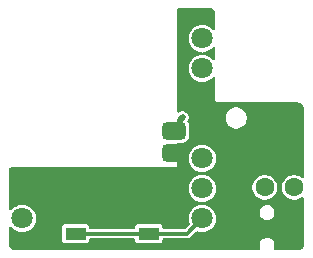
<source format=gbr>
%TF.GenerationSoftware,KiCad,Pcbnew,9.0.1-9.0.1-0~ubuntu22.04.1*%
%TF.CreationDate,2025-05-27T18:32:28-04:00*%
%TF.ProjectId,Omi-Glass-DevKit,4f6d692d-476c-4617-9373-2d4465764b69,rev?*%
%TF.SameCoordinates,Original*%
%TF.FileFunction,Copper,L2,Bot*%
%TF.FilePolarity,Positive*%
%FSLAX46Y46*%
G04 Gerber Fmt 4.6, Leading zero omitted, Abs format (unit mm)*
G04 Created by KiCad (PCBNEW 9.0.1-9.0.1-0~ubuntu22.04.1) date 2025-05-27 18:32:28*
%MOMM*%
%LPD*%
G01*
G04 APERTURE LIST*
G04 Aperture macros list*
%AMRoundRect*
0 Rectangle with rounded corners*
0 $1 Rounding radius*
0 $2 $3 $4 $5 $6 $7 $8 $9 X,Y pos of 4 corners*
0 Add a 4 corners polygon primitive as box body*
4,1,4,$2,$3,$4,$5,$6,$7,$8,$9,$2,$3,0*
0 Add four circle primitives for the rounded corners*
1,1,$1+$1,$2,$3*
1,1,$1+$1,$4,$5*
1,1,$1+$1,$6,$7*
1,1,$1+$1,$8,$9*
0 Add four rect primitives between the rounded corners*
20,1,$1+$1,$2,$3,$4,$5,0*
20,1,$1+$1,$4,$5,$6,$7,0*
20,1,$1+$1,$6,$7,$8,$9,0*
20,1,$1+$1,$8,$9,$2,$3,0*%
G04 Aperture macros list end*
%TA.AperFunction,ComponentPad*%
%ADD10RoundRect,0.375000X0.625000X-0.375000X0.625000X0.375000X-0.625000X0.375000X-0.625000X-0.375000X0*%
%TD*%
%TA.AperFunction,ComponentPad*%
%ADD11C,1.800000*%
%TD*%
%TA.AperFunction,ComponentPad*%
%ADD12C,1.600000*%
%TD*%
%TA.AperFunction,SMDPad,CuDef*%
%ADD13R,1.800000X1.100000*%
%TD*%
%TA.AperFunction,ViaPad*%
%ADD14C,0.600000*%
%TD*%
%TA.AperFunction,Conductor*%
%ADD15C,0.500000*%
%TD*%
%TA.AperFunction,Conductor*%
%ADD16C,0.300000*%
%TD*%
G04 APERTURE END LIST*
D10*
%TO.P,J2,2,Pin_2*%
%TO.N,LOAD*%
X5250000Y-160000D03*
%TO.P,J2,1,Pin_1*%
%TO.N,GND*%
X5250000Y-2065000D03*
%TD*%
D11*
%TO.P,U3,14,5V*%
%TO.N,VCC*%
X-7620000Y-7573000D03*
%TO.P,U3,13,GND*%
%TO.N,GND*%
X-7620000Y-5033000D03*
%TO.P,U3,7,TX*%
%TO.N,unconnected-(U3-TX-Pad7)*%
X7620000Y7667000D03*
%TO.P,U3,6,SCL*%
%TO.N,unconnected-(U3-SCL-Pad6)*%
X7620000Y5127000D03*
%TO.P,U3,3,D2*%
%TO.N,unconnected-(U3-D2-Pad3)*%
X7620000Y-2493000D03*
%TO.P,U3,2,D1*%
%TO.N,MON*%
X7620000Y-5033000D03*
%TO.P,U3,1,D0*%
%TO.N,POWER*%
X7620000Y-7573000D03*
%TD*%
D12*
%TO.P,TH1,1*%
%TO.N,VBAT1*%
X15400000Y-4950000D03*
%TO.P,TH1,2*%
%TO.N,LOAD*%
X12900000Y-4950000D03*
%TD*%
D13*
%TO.P,SW1,1,1*%
%TO.N,GND*%
X3100000Y-5150000D03*
X-3100000Y-5150000D03*
%TO.P,SW1,2,2*%
%TO.N,POWER*%
X3100000Y-8850000D03*
X-3100000Y-8850000D03*
%TD*%
D14*
%TO.N,GND*%
X-676400Y-3816600D03*
X1323600Y-5816600D03*
X-1676400Y-5816600D03*
X10109200Y-2450000D03*
X13118400Y-8813800D03*
X1323600Y-4816600D03*
X14198600Y-6375400D03*
X1323600Y-3816600D03*
X-1676400Y-4816600D03*
X323600Y-4816600D03*
X15698600Y-6375400D03*
X-676400Y-5816600D03*
X-1676400Y-3816600D03*
X12368400Y-8813800D03*
X-676400Y-4816600D03*
X11609200Y-2450000D03*
X10859200Y-2450000D03*
X323600Y-5816600D03*
X13868400Y-8813800D03*
X14948600Y-6375400D03*
X323600Y-3816600D03*
%TD*%
D15*
%TO.N,LOAD*%
X5751000Y769800D02*
X5751000Y-335000D01*
X5969000Y987800D02*
X5751000Y769800D01*
D16*
%TO.N,POWER*%
X6343000Y-8850000D02*
X7620000Y-7573000D01*
X3100000Y-8850000D02*
X6343000Y-8850000D01*
X-3100000Y-8850000D02*
X3100000Y-8850000D01*
%TD*%
%TA.AperFunction,Conductor*%
%TO.N,GND*%
G36*
X8231921Y10248720D02*
G01*
X8242075Y10247576D01*
X8322264Y10238540D01*
X8349333Y10232362D01*
X8428537Y10204648D01*
X8453555Y10192600D01*
X8524604Y10147957D01*
X8546313Y10130644D01*
X8605644Y10071313D01*
X8622957Y10049604D01*
X8667600Y9978555D01*
X8679648Y9953537D01*
X8707362Y9874333D01*
X8713540Y9847264D01*
X8723720Y9756923D01*
X8724500Y9743038D01*
X8724500Y8485768D01*
X8704815Y8418729D01*
X8652011Y8372974D01*
X8582853Y8363030D01*
X8519297Y8392055D01*
X8500178Y8412888D01*
X8497554Y8416499D01*
X8497553Y8416501D01*
X8369501Y8544553D01*
X8222994Y8650996D01*
X8061639Y8733211D01*
X7889409Y8789171D01*
X7797259Y8803765D01*
X7710551Y8817500D01*
X7710546Y8817500D01*
X7529454Y8817500D01*
X7529449Y8817500D01*
X7433429Y8802291D01*
X7350591Y8789171D01*
X7264476Y8761191D01*
X7178363Y8733212D01*
X7178360Y8733211D01*
X7122484Y8704740D01*
X7017006Y8650996D01*
X7017002Y8650993D01*
X6870505Y8544558D01*
X6870500Y8544554D01*
X6742445Y8416499D01*
X6742441Y8416494D01*
X6636006Y8269997D01*
X6553788Y8108639D01*
X6553787Y8108636D01*
X6497829Y7936410D01*
X6469500Y7757551D01*
X6469500Y7576448D01*
X6497829Y7397589D01*
X6553787Y7225363D01*
X6553788Y7225360D01*
X6636006Y7064002D01*
X6742441Y6917505D01*
X6742445Y6917500D01*
X6870500Y6789445D01*
X6870505Y6789441D01*
X7017002Y6683006D01*
X7178360Y6600788D01*
X7178363Y6600787D01*
X7350589Y6544829D01*
X7510678Y6519473D01*
X7573813Y6489544D01*
X7610744Y6430232D01*
X7609746Y6360369D01*
X7571136Y6302137D01*
X7510678Y6274527D01*
X7423639Y6260740D01*
X7350591Y6249171D01*
X7264476Y6221191D01*
X7178363Y6193212D01*
X7178360Y6193211D01*
X7122484Y6164740D01*
X7017006Y6110996D01*
X7017002Y6110993D01*
X6870505Y6004558D01*
X6870500Y6004554D01*
X6742445Y5876499D01*
X6742441Y5876494D01*
X6636006Y5729997D01*
X6553788Y5568639D01*
X6553787Y5568636D01*
X6497829Y5396410D01*
X6469500Y5217551D01*
X6469500Y5036448D01*
X6497829Y4857589D01*
X6553787Y4685363D01*
X6553788Y4685360D01*
X6636006Y4524002D01*
X6742441Y4377505D01*
X6742445Y4377500D01*
X6870500Y4249445D01*
X6870505Y4249441D01*
X7017002Y4143006D01*
X7178360Y4060788D01*
X7178363Y4060787D01*
X7350589Y4004829D01*
X7529449Y3976500D01*
X7529454Y3976500D01*
X7710551Y3976500D01*
X7889410Y4004829D01*
X8061636Y4060787D01*
X8061639Y4060788D01*
X8171300Y4116664D01*
X8222994Y4143004D01*
X8222997Y4143006D01*
X8369494Y4249441D01*
X8369499Y4249445D01*
X8497554Y4377500D01*
X8500182Y4381117D01*
X8555512Y4423782D01*
X8625126Y4429761D01*
X8686921Y4397155D01*
X8721278Y4336316D01*
X8724500Y4308231D01*
X8724500Y2450170D01*
X8762636Y2358102D01*
X8833102Y2287636D01*
X8925170Y2249500D01*
X8925172Y2249500D01*
X9024828Y2249500D01*
X15680830Y2249500D01*
X15718038Y2249500D01*
X15731921Y2248720D01*
X15742075Y2247576D01*
X15822264Y2238540D01*
X15849333Y2232362D01*
X15928537Y2204648D01*
X15953555Y2192600D01*
X16024604Y2147957D01*
X16046313Y2130644D01*
X16105644Y2071313D01*
X16122957Y2049604D01*
X16167600Y1978555D01*
X16179648Y1953537D01*
X16207362Y1874333D01*
X16213540Y1847264D01*
X16223720Y1756923D01*
X16224500Y1743038D01*
X16224500Y-4005499D01*
X16204815Y-4072538D01*
X16152011Y-4118293D01*
X16082853Y-4128237D01*
X16031610Y-4108602D01*
X15942414Y-4049004D01*
X15897598Y-4019059D01*
X15864861Y-4005499D01*
X15706420Y-3939870D01*
X15706412Y-3939868D01*
X15503469Y-3899500D01*
X15503465Y-3899500D01*
X15296535Y-3899500D01*
X15296530Y-3899500D01*
X15093587Y-3939868D01*
X15093579Y-3939870D01*
X14902403Y-4019058D01*
X14730342Y-4134024D01*
X14584024Y-4280342D01*
X14469058Y-4452403D01*
X14389870Y-4643579D01*
X14389868Y-4643587D01*
X14349500Y-4846530D01*
X14349500Y-5053469D01*
X14389868Y-5256412D01*
X14389870Y-5256420D01*
X14469058Y-5447596D01*
X14584024Y-5619657D01*
X14730342Y-5765975D01*
X14730345Y-5765977D01*
X14902402Y-5880941D01*
X15093580Y-5960130D01*
X15296530Y-6000499D01*
X15296534Y-6000500D01*
X15296535Y-6000500D01*
X15503466Y-6000500D01*
X15503467Y-6000499D01*
X15706420Y-5960130D01*
X15897598Y-5880941D01*
X16031609Y-5791397D01*
X16098287Y-5770520D01*
X16165667Y-5789005D01*
X16212357Y-5840984D01*
X16224500Y-5894500D01*
X16224500Y-9743038D01*
X16223720Y-9756923D01*
X16213540Y-9847264D01*
X16207362Y-9874333D01*
X16179648Y-9953537D01*
X16167600Y-9978555D01*
X16122957Y-10049604D01*
X16105644Y-10071313D01*
X16046313Y-10130644D01*
X16024604Y-10147957D01*
X15953555Y-10192600D01*
X15928537Y-10204648D01*
X15849333Y-10232362D01*
X15822264Y-10238540D01*
X15742075Y-10247576D01*
X15731921Y-10248720D01*
X15718038Y-10249500D01*
X13786782Y-10249500D01*
X13719743Y-10229815D01*
X13673988Y-10177011D01*
X13664044Y-10107853D01*
X13672221Y-10078047D01*
X13701463Y-10007452D01*
X13725500Y-9886606D01*
X13725500Y-9763394D01*
X13701463Y-9642548D01*
X13654311Y-9528714D01*
X13654310Y-9528713D01*
X13654307Y-9528707D01*
X13585858Y-9426267D01*
X13585855Y-9426263D01*
X13498736Y-9339144D01*
X13498732Y-9339141D01*
X13396292Y-9270692D01*
X13396283Y-9270687D01*
X13282454Y-9223538D01*
X13282455Y-9223538D01*
X13282452Y-9223537D01*
X13282448Y-9223536D01*
X13282444Y-9223535D01*
X13161610Y-9199500D01*
X13161606Y-9199500D01*
X13038394Y-9199500D01*
X13038389Y-9199500D01*
X12917555Y-9223535D01*
X12917545Y-9223538D01*
X12803716Y-9270687D01*
X12803707Y-9270692D01*
X12701267Y-9339141D01*
X12701263Y-9339144D01*
X12614144Y-9426263D01*
X12614141Y-9426267D01*
X12545692Y-9528707D01*
X12545687Y-9528716D01*
X12498538Y-9642545D01*
X12498535Y-9642555D01*
X12474500Y-9763389D01*
X12474500Y-9886610D01*
X12490436Y-9966725D01*
X12498537Y-10007452D01*
X12524989Y-10071313D01*
X12527779Y-10078047D01*
X12535248Y-10147516D01*
X12503973Y-10209995D01*
X12443885Y-10245648D01*
X12413218Y-10249500D01*
X-8218038Y-10249500D01*
X-8231921Y-10248720D01*
X-8242075Y-10247576D01*
X-8322264Y-10238540D01*
X-8349333Y-10232362D01*
X-8428537Y-10204648D01*
X-8453555Y-10192600D01*
X-8524604Y-10147957D01*
X-8546313Y-10130644D01*
X-8605644Y-10071313D01*
X-8622957Y-10049604D01*
X-8667600Y-9978555D01*
X-8679648Y-9953537D01*
X-8707362Y-9874333D01*
X-8713540Y-9847264D01*
X-8723720Y-9756923D01*
X-8724500Y-9743038D01*
X-8724500Y-8391768D01*
X-8704815Y-8324729D01*
X-8652011Y-8278974D01*
X-8582853Y-8269030D01*
X-8519297Y-8298055D01*
X-8500177Y-8318888D01*
X-8497553Y-8322501D01*
X-8369501Y-8450553D01*
X-8222994Y-8556996D01*
X-8061639Y-8639211D01*
X-7889409Y-8695171D01*
X-7797259Y-8709765D01*
X-7710551Y-8723500D01*
X-7710546Y-8723500D01*
X-7529449Y-8723500D01*
X-7433429Y-8708291D01*
X-7350591Y-8695171D01*
X-7264476Y-8667191D01*
X-7178363Y-8639212D01*
X-7178360Y-8639211D01*
X-7122484Y-8610740D01*
X-7017006Y-8556996D01*
X-6998287Y-8543396D01*
X-6870505Y-8450558D01*
X-6870500Y-8450554D01*
X-6742445Y-8322499D01*
X-6742441Y-8322494D01*
X-6708170Y-8275323D01*
X-4250500Y-8275323D01*
X-4250500Y-8275326D01*
X-4250500Y-9424674D01*
X-4235966Y-9497740D01*
X-4180601Y-9580601D01*
X-4097740Y-9635966D01*
X-4024677Y-9650499D01*
X-4024676Y-9650500D01*
X-4024674Y-9650500D01*
X-2175324Y-9650500D01*
X-2175321Y-9650499D01*
X-2102264Y-9635967D01*
X-2102260Y-9635966D01*
X-2019399Y-9580601D01*
X-1964034Y-9497740D01*
X-1964033Y-9497739D01*
X-1964032Y-9497735D01*
X-1949500Y-9424678D01*
X-1949500Y-9374500D01*
X-1929815Y-9307461D01*
X-1877011Y-9261706D01*
X-1825500Y-9250500D01*
X1825500Y-9250500D01*
X1892539Y-9270185D01*
X1938294Y-9322989D01*
X1949500Y-9374500D01*
X1949500Y-9424678D01*
X1964032Y-9497735D01*
X1964033Y-9497739D01*
X1964034Y-9497740D01*
X2019399Y-9580601D01*
X2102260Y-9635966D01*
X2102264Y-9635967D01*
X2175321Y-9650499D01*
X2175324Y-9650500D01*
X2175326Y-9650500D01*
X4024676Y-9650500D01*
X4024677Y-9650499D01*
X4097740Y-9635966D01*
X4180601Y-9580601D01*
X4235966Y-9497740D01*
X4250500Y-9424674D01*
X4250500Y-9374500D01*
X4270185Y-9307461D01*
X4322989Y-9261706D01*
X4374500Y-9250500D01*
X6395725Y-9250500D01*
X6395727Y-9250500D01*
X6497588Y-9223207D01*
X6588913Y-9170480D01*
X7080719Y-8678672D01*
X7142040Y-8645189D01*
X7206716Y-8648424D01*
X7350591Y-8695171D01*
X7433429Y-8708291D01*
X7529449Y-8723500D01*
X7529454Y-8723500D01*
X7710551Y-8723500D01*
X7797259Y-8709765D01*
X7889409Y-8695171D01*
X8061639Y-8639211D01*
X8222994Y-8556996D01*
X8369501Y-8450553D01*
X8497553Y-8322501D01*
X8603996Y-8175994D01*
X8686211Y-8014639D01*
X8742171Y-7842409D01*
X8756765Y-7750259D01*
X8770500Y-7663551D01*
X8770500Y-7482448D01*
X8752892Y-7371283D01*
X8742171Y-7303591D01*
X8714191Y-7217476D01*
X8686212Y-7131363D01*
X8686209Y-7131355D01*
X8651684Y-7063598D01*
X8651683Y-7063597D01*
X8626103Y-7013394D01*
X8626100Y-7013389D01*
X12474500Y-7013389D01*
X12474500Y-7136610D01*
X12498535Y-7257444D01*
X12498538Y-7257454D01*
X12545687Y-7371283D01*
X12545692Y-7371292D01*
X12614141Y-7473732D01*
X12614144Y-7473736D01*
X12701263Y-7560855D01*
X12701267Y-7560858D01*
X12803707Y-7629307D01*
X12803713Y-7629310D01*
X12803714Y-7629311D01*
X12917548Y-7676463D01*
X13038389Y-7700499D01*
X13038393Y-7700500D01*
X13038394Y-7700500D01*
X13161607Y-7700500D01*
X13161608Y-7700499D01*
X13282452Y-7676463D01*
X13396286Y-7629311D01*
X13498733Y-7560858D01*
X13585858Y-7473733D01*
X13654311Y-7371286D01*
X13701463Y-7257452D01*
X13725500Y-7136606D01*
X13725500Y-7013394D01*
X13701463Y-6892548D01*
X13654311Y-6778714D01*
X13654310Y-6778713D01*
X13654307Y-6778707D01*
X13585858Y-6676267D01*
X13585855Y-6676263D01*
X13498736Y-6589144D01*
X13498732Y-6589141D01*
X13396292Y-6520692D01*
X13396283Y-6520687D01*
X13282454Y-6473538D01*
X13282455Y-6473538D01*
X13282452Y-6473537D01*
X13282448Y-6473536D01*
X13282444Y-6473535D01*
X13161610Y-6449500D01*
X13161606Y-6449500D01*
X13038394Y-6449500D01*
X13038389Y-6449500D01*
X12917555Y-6473535D01*
X12917545Y-6473538D01*
X12803716Y-6520687D01*
X12803707Y-6520692D01*
X12701267Y-6589141D01*
X12701263Y-6589144D01*
X12614144Y-6676263D01*
X12614141Y-6676267D01*
X12545692Y-6778707D01*
X12545687Y-6778716D01*
X12498538Y-6892545D01*
X12498535Y-6892555D01*
X12474500Y-7013389D01*
X8626100Y-7013389D01*
X8603996Y-6970006D01*
X8547718Y-6892545D01*
X8497558Y-6823505D01*
X8497554Y-6823500D01*
X8369499Y-6695445D01*
X8369494Y-6695441D01*
X8222997Y-6589006D01*
X8222996Y-6589005D01*
X8222994Y-6589004D01*
X8171300Y-6562664D01*
X8061639Y-6506788D01*
X8061636Y-6506787D01*
X7889410Y-6450829D01*
X7729321Y-6425473D01*
X7666186Y-6395544D01*
X7629255Y-6336232D01*
X7630253Y-6266370D01*
X7668863Y-6208137D01*
X7729321Y-6180527D01*
X7799425Y-6169422D01*
X7889409Y-6155171D01*
X8061639Y-6099211D01*
X8222994Y-6016996D01*
X8369501Y-5910553D01*
X8497553Y-5782501D01*
X8603996Y-5635994D01*
X8686211Y-5474639D01*
X8742171Y-5302409D01*
X8756765Y-5210259D01*
X8770500Y-5123551D01*
X8770500Y-4942448D01*
X8757416Y-4859841D01*
X8755307Y-4846530D01*
X11849500Y-4846530D01*
X11849500Y-5053469D01*
X11889868Y-5256412D01*
X11889870Y-5256420D01*
X11969058Y-5447596D01*
X12084024Y-5619657D01*
X12230342Y-5765975D01*
X12230345Y-5765977D01*
X12402402Y-5880941D01*
X12593580Y-5960130D01*
X12796530Y-6000499D01*
X12796534Y-6000500D01*
X12796535Y-6000500D01*
X13003466Y-6000500D01*
X13003467Y-6000499D01*
X13206420Y-5960130D01*
X13397598Y-5880941D01*
X13569655Y-5765977D01*
X13715977Y-5619655D01*
X13830941Y-5447598D01*
X13910130Y-5256420D01*
X13950500Y-5053465D01*
X13950500Y-4846535D01*
X13910130Y-4643580D01*
X13830941Y-4452402D01*
X13715977Y-4280345D01*
X13715975Y-4280342D01*
X13569657Y-4134024D01*
X13442414Y-4049004D01*
X13397598Y-4019059D01*
X13364861Y-4005499D01*
X13206420Y-3939870D01*
X13206412Y-3939868D01*
X13003469Y-3899500D01*
X13003465Y-3899500D01*
X12796535Y-3899500D01*
X12796530Y-3899500D01*
X12593587Y-3939868D01*
X12593579Y-3939870D01*
X12402403Y-4019058D01*
X12230342Y-4134024D01*
X12084024Y-4280342D01*
X11969058Y-4452403D01*
X11889870Y-4643579D01*
X11889868Y-4643587D01*
X11849500Y-4846530D01*
X8755307Y-4846530D01*
X8750547Y-4816480D01*
X8742171Y-4763591D01*
X8703178Y-4643580D01*
X8686212Y-4591363D01*
X8686211Y-4591360D01*
X8657740Y-4535484D01*
X8603996Y-4430006D01*
X8590396Y-4411287D01*
X8497558Y-4283505D01*
X8497554Y-4283500D01*
X8369499Y-4155445D01*
X8369494Y-4155441D01*
X8222997Y-4049006D01*
X8222996Y-4049005D01*
X8222994Y-4049004D01*
X8164222Y-4019058D01*
X8061639Y-3966788D01*
X8061636Y-3966787D01*
X7889410Y-3910829D01*
X7729321Y-3885473D01*
X7666186Y-3855544D01*
X7629255Y-3796232D01*
X7630253Y-3726370D01*
X7668863Y-3668137D01*
X7729321Y-3640527D01*
X7799425Y-3629422D01*
X7889409Y-3615171D01*
X8061639Y-3559211D01*
X8222994Y-3476996D01*
X8369501Y-3370553D01*
X8497553Y-3242501D01*
X8603996Y-3095994D01*
X8686211Y-2934639D01*
X8742171Y-2762409D01*
X8756765Y-2670259D01*
X8770500Y-2583551D01*
X8770500Y-2402448D01*
X8754019Y-2298397D01*
X8742171Y-2223591D01*
X8686211Y-2051361D01*
X8686211Y-2051360D01*
X8657740Y-1995484D01*
X8603996Y-1890006D01*
X8590396Y-1871287D01*
X8497558Y-1743505D01*
X8497554Y-1743500D01*
X8369499Y-1615445D01*
X8369494Y-1615441D01*
X8222997Y-1509006D01*
X8222996Y-1509005D01*
X8222994Y-1509004D01*
X8171300Y-1482664D01*
X8061639Y-1426788D01*
X8061636Y-1426787D01*
X7889410Y-1370829D01*
X7710551Y-1342500D01*
X7710546Y-1342500D01*
X7529454Y-1342500D01*
X7529449Y-1342500D01*
X7350589Y-1370829D01*
X7178363Y-1426787D01*
X7178360Y-1426788D01*
X7017002Y-1509006D01*
X6870505Y-1615441D01*
X6870500Y-1615445D01*
X6742445Y-1743500D01*
X6742441Y-1743505D01*
X6636006Y-1890002D01*
X6553788Y-2051360D01*
X6553787Y-2051363D01*
X6497829Y-2223589D01*
X6469500Y-2402448D01*
X6469500Y-2583551D01*
X6497829Y-2762410D01*
X6553787Y-2934636D01*
X6553788Y-2934639D01*
X6636006Y-3095997D01*
X6742441Y-3242494D01*
X6742445Y-3242499D01*
X6870500Y-3370554D01*
X6870505Y-3370558D01*
X6998287Y-3463396D01*
X7017006Y-3476996D01*
X7122484Y-3530740D01*
X7178360Y-3559211D01*
X7178363Y-3559212D01*
X7264476Y-3587191D01*
X7350591Y-3615171D01*
X7423639Y-3626740D01*
X7510678Y-3640527D01*
X7573813Y-3670456D01*
X7610744Y-3729768D01*
X7609746Y-3799631D01*
X7571136Y-3857863D01*
X7510678Y-3885473D01*
X7350589Y-3910829D01*
X7178363Y-3966787D01*
X7178360Y-3966788D01*
X7017002Y-4049006D01*
X6870505Y-4155441D01*
X6870500Y-4155445D01*
X6742445Y-4283500D01*
X6742441Y-4283505D01*
X6636006Y-4430002D01*
X6553788Y-4591360D01*
X6553787Y-4591363D01*
X6497829Y-4763589D01*
X6469500Y-4942448D01*
X6469500Y-5123551D01*
X6497829Y-5302410D01*
X6553787Y-5474636D01*
X6553788Y-5474639D01*
X6636006Y-5635997D01*
X6742441Y-5782494D01*
X6742445Y-5782499D01*
X6870500Y-5910554D01*
X6870505Y-5910558D01*
X6994300Y-6000499D01*
X7017006Y-6016996D01*
X7122484Y-6070740D01*
X7178360Y-6099211D01*
X7178363Y-6099212D01*
X7264476Y-6127191D01*
X7350591Y-6155171D01*
X7423639Y-6166740D01*
X7510678Y-6180527D01*
X7573813Y-6210456D01*
X7610744Y-6269768D01*
X7609746Y-6339631D01*
X7571136Y-6397863D01*
X7510678Y-6425473D01*
X7350589Y-6450829D01*
X7178363Y-6506787D01*
X7178360Y-6506788D01*
X7017002Y-6589006D01*
X6870505Y-6695441D01*
X6870500Y-6695445D01*
X6742445Y-6823500D01*
X6742441Y-6823505D01*
X6636006Y-6970002D01*
X6553788Y-7131360D01*
X6553787Y-7131363D01*
X6497829Y-7303589D01*
X6469500Y-7482448D01*
X6469500Y-7663551D01*
X6497829Y-7842412D01*
X6544575Y-7986283D01*
X6546570Y-8056124D01*
X6514325Y-8112281D01*
X6213426Y-8413181D01*
X6152103Y-8446666D01*
X6125745Y-8449500D01*
X4374500Y-8449500D01*
X4307461Y-8429815D01*
X4261706Y-8377011D01*
X4250500Y-8325500D01*
X4250500Y-8275323D01*
X4250499Y-8275321D01*
X4235967Y-8202264D01*
X4235966Y-8202260D01*
X4218416Y-8175994D01*
X4180601Y-8119399D01*
X4097740Y-8064034D01*
X4097739Y-8064033D01*
X4097735Y-8064032D01*
X4024677Y-8049500D01*
X4024674Y-8049500D01*
X2175326Y-8049500D01*
X2175323Y-8049500D01*
X2102264Y-8064032D01*
X2102260Y-8064033D01*
X2019399Y-8119399D01*
X1964033Y-8202260D01*
X1964032Y-8202264D01*
X1949500Y-8275321D01*
X1949500Y-8325500D01*
X1929815Y-8392539D01*
X1877011Y-8438294D01*
X1825500Y-8449500D01*
X-1825500Y-8449500D01*
X-1892539Y-8429815D01*
X-1938294Y-8377011D01*
X-1949500Y-8325500D01*
X-1949500Y-8275321D01*
X-1964032Y-8202264D01*
X-1964033Y-8202260D01*
X-2019399Y-8119399D01*
X-2102260Y-8064033D01*
X-2102264Y-8064032D01*
X-2175323Y-8049500D01*
X-2175326Y-8049500D01*
X-4024674Y-8049500D01*
X-4024677Y-8049500D01*
X-4097735Y-8064032D01*
X-4097739Y-8064033D01*
X-4097740Y-8064034D01*
X-4180601Y-8119399D01*
X-4218416Y-8175994D01*
X-4235966Y-8202260D01*
X-4235967Y-8202264D01*
X-4250499Y-8275321D01*
X-4250500Y-8275323D01*
X-6708170Y-8275323D01*
X-6650792Y-8196349D01*
X-6636006Y-8175997D01*
X-6553788Y-8014639D01*
X-6553787Y-8014636D01*
X-6497829Y-7842410D01*
X-6469500Y-7663551D01*
X-6469500Y-7482448D01*
X-6497829Y-7303589D01*
X-6553787Y-7131363D01*
X-6553788Y-7131360D01*
X-6636006Y-6970002D01*
X-6742441Y-6823505D01*
X-6742445Y-6823500D01*
X-6870500Y-6695445D01*
X-6870505Y-6695441D01*
X-7017002Y-6589006D01*
X-7178360Y-6506788D01*
X-7178363Y-6506787D01*
X-7350589Y-6450829D01*
X-7529449Y-6422500D01*
X-7529454Y-6422500D01*
X-7710546Y-6422500D01*
X-7710551Y-6422500D01*
X-7889410Y-6450829D01*
X-8061636Y-6506787D01*
X-8061639Y-6506788D01*
X-8171300Y-6562664D01*
X-8222994Y-6589004D01*
X-8222996Y-6589005D01*
X-8222997Y-6589006D01*
X-8369494Y-6695441D01*
X-8369499Y-6695445D01*
X-8497554Y-6823500D01*
X-8500182Y-6827117D01*
X-8555512Y-6869782D01*
X-8625126Y-6875761D01*
X-8686921Y-6843155D01*
X-8721278Y-6782316D01*
X-8724500Y-6754231D01*
X-8724500Y-3374500D01*
X-8704815Y-3307461D01*
X-8652011Y-3261706D01*
X-8600500Y-3250500D01*
X5299826Y-3250500D01*
X5299828Y-3250500D01*
X5391897Y-3212364D01*
X5462364Y-3141897D01*
X5500500Y-3049828D01*
X5500500Y-1284499D01*
X5520185Y-1217460D01*
X5572989Y-1171705D01*
X5624500Y-1160499D01*
X5938150Y-1160499D01*
X5938162Y-1160499D01*
X5973627Y-1157709D01*
X6125390Y-1113618D01*
X6261420Y-1033170D01*
X6373170Y-921420D01*
X6453618Y-785390D01*
X6497709Y-633627D01*
X6500500Y-598163D01*
X6500499Y278162D01*
X6497709Y313627D01*
X6453618Y465390D01*
X6385098Y581250D01*
X6367916Y648971D01*
X6384444Y706369D01*
X6435390Y794610D01*
X6435390Y794611D01*
X6435392Y794614D01*
X6469500Y921908D01*
X6469500Y1018695D01*
X9589500Y1018695D01*
X9589500Y841304D01*
X9624103Y667341D01*
X9624106Y667332D01*
X9691983Y503459D01*
X9691990Y503446D01*
X9790535Y355965D01*
X9790538Y355961D01*
X9915961Y230538D01*
X9915965Y230535D01*
X10063446Y131990D01*
X10063459Y131983D01*
X10227332Y64106D01*
X10227341Y64103D01*
X10401304Y29500D01*
X10401309Y29500D01*
X10578695Y29500D01*
X10752658Y64103D01*
X10752667Y64106D01*
X10916540Y131983D01*
X10916553Y131990D01*
X11064034Y230535D01*
X11064038Y230538D01*
X11189461Y355961D01*
X11189464Y355965D01*
X11288009Y503446D01*
X11288016Y503459D01*
X11355893Y667332D01*
X11355896Y667341D01*
X11390499Y841304D01*
X11390500Y841306D01*
X11390500Y1018693D01*
X11390499Y1018695D01*
X11355896Y1192658D01*
X11355894Y1192661D01*
X11355894Y1192666D01*
X11288013Y1356547D01*
X11189464Y1504035D01*
X11064035Y1629464D01*
X10916547Y1728013D01*
X10752666Y1795894D01*
X10752661Y1795894D01*
X10752658Y1795896D01*
X10578694Y1830500D01*
X10578691Y1830500D01*
X10401309Y1830500D01*
X10401306Y1830500D01*
X10227341Y1795896D01*
X10227336Y1795894D01*
X10227334Y1795894D01*
X10227332Y1795893D01*
X10063459Y1728016D01*
X10063446Y1728009D01*
X9915965Y1629464D01*
X9915961Y1629461D01*
X9790538Y1504038D01*
X9790535Y1504034D01*
X9691990Y1356553D01*
X9691983Y1356540D01*
X9624106Y1192667D01*
X9624103Y1192658D01*
X9589500Y1018695D01*
X6469500Y1018695D01*
X6469500Y1053693D01*
X6435392Y1180986D01*
X6369500Y1295115D01*
X6276315Y1388300D01*
X6162186Y1454192D01*
X6034893Y1488300D01*
X5903108Y1488300D01*
X5775814Y1454192D01*
X5686498Y1402625D01*
X5618601Y1386153D01*
X5552574Y1409005D01*
X5509383Y1463926D01*
X5500500Y1510013D01*
X5500500Y10125500D01*
X5520185Y10192539D01*
X5572989Y10238294D01*
X5624500Y10249500D01*
X8180830Y10249500D01*
X8218038Y10249500D01*
X8231921Y10248720D01*
G37*
%TD.AperFunction*%
%TD*%
%TA.AperFunction,NonConductor*%
G36*
X8686921Y6937155D02*
G01*
X8721278Y6876316D01*
X8724500Y6848231D01*
X8724500Y5945768D01*
X8704815Y5878729D01*
X8652011Y5832974D01*
X8582853Y5823030D01*
X8519297Y5852055D01*
X8500178Y5872888D01*
X8497554Y5876499D01*
X8497553Y5876501D01*
X8369501Y6004553D01*
X8222994Y6110996D01*
X8061639Y6193211D01*
X7889409Y6249171D01*
X7799425Y6263422D01*
X7729321Y6274527D01*
X7666186Y6304456D01*
X7629255Y6363768D01*
X7630253Y6433630D01*
X7668863Y6491863D01*
X7729321Y6519473D01*
X7889410Y6544829D01*
X8061636Y6600787D01*
X8061639Y6600788D01*
X8171300Y6656664D01*
X8222994Y6683004D01*
X8222997Y6683006D01*
X8369494Y6789441D01*
X8369499Y6789445D01*
X8497554Y6917500D01*
X8500182Y6921117D01*
X8555512Y6963782D01*
X8625126Y6969761D01*
X8686921Y6937155D01*
G37*
%TD.AperFunction*%
M02*

</source>
